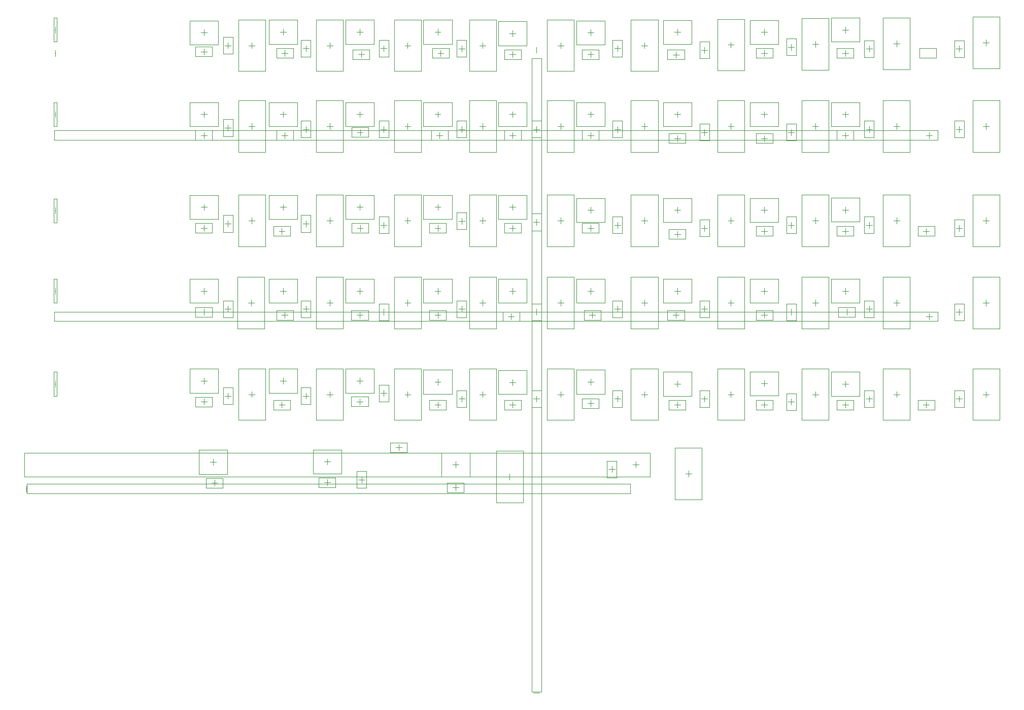
<source format=gbr>
%FSTAX25Y25*%
%MOMM*%
%SFA1B1*%

%IPPOS*%
%ADD21C,0.100000*%
%ADD22C,0.050000*%
%LNldo_test_mechanical_15-1*%
%LPD*%
G54D21*
X7349998Y5239397D02*
Y5339397D01*
X7299998Y5289397D02*
X7399997D01*
X7209998Y5369397D02*
X7489997D01*
X7209998Y5209397D02*
X7489997D01*
X7209998D02*
Y5369397D01*
X7489997Y5209397D02*
Y5369397D01*
X10826498Y4784999D02*
X10986498D01*
X10826498Y5064998D02*
X10986498D01*
X10826498Y4784999D02*
Y5064998D01*
X10986498Y4784999D02*
Y5064998D01*
X10906498Y4874999D02*
Y4974998D01*
X10856498Y4924999D02*
X10956498D01*
X11215598Y4519998D02*
Y4679998D01*
X114956Y4519998D02*
Y4679998D01*
X11215598D02*
X114956D01*
X11215598Y4519998D02*
X114956D01*
X113056Y4599998D02*
X114056D01*
X113556Y4549998D02*
Y4649998D01*
X4414997Y4614997D02*
Y4774996D01*
X4134998Y4614997D02*
Y4774996D01*
Y4614997D02*
X4414997D01*
X4134998Y4774996D02*
X4414997D01*
X4224997Y4694996D02*
X4324997D01*
X4274997Y4644997D02*
Y4744996D01*
X8439998Y4539998D02*
Y4699998D01*
X8159998Y4539998D02*
Y4699998D01*
Y4539998D02*
X8439998D01*
X8159998Y4699998D02*
X8439998D01*
X8249998Y4619998D02*
X8349998D01*
X8299998Y4569998D02*
Y4669998D01*
X6649999Y4609998D02*
X6809999D01*
X6649999Y4889997D02*
X6809999D01*
X6649999Y4609998D02*
Y4889997D01*
X6809999Y4609998D02*
Y4889997D01*
X6729999Y4699998D02*
Y4799998D01*
X6679999Y4749998D02*
X6779999D01*
X6294998Y4623998D02*
Y4783998D01*
X6014999Y4623998D02*
Y4783998D01*
Y4623998D02*
X6294998D01*
X6014999Y4783998D02*
X6294998D01*
X6104999Y4703998D02*
X6204999D01*
X6154999Y4653998D02*
Y4753998D01*
X12184999Y4799998D02*
Y4899997D01*
X12134999Y4849997D02*
X12234999D01*
X16619999Y5959998D02*
X16779996D01*
X16619999Y6239997D02*
X16779996D01*
X16619999Y5959998D02*
Y6239997D01*
X16779996Y5959998D02*
Y6239997D01*
X16699999Y6049998D02*
Y6149997D01*
X16649997Y6099997D02*
X16749999D01*
X16289997Y5919998D02*
Y6079998D01*
X16010001Y5919998D02*
Y6079998D01*
Y5919998D02*
X16289997D01*
X16010001Y6079998D02*
X16289997D01*
X16099998Y5999998D02*
X16199998D01*
X16149998Y5949998D02*
Y6049998D01*
X12139998Y5919998D02*
Y6079998D01*
X11859999Y5919998D02*
Y6079998D01*
Y5919998D02*
X12139998D01*
X11859999Y6079998D02*
X12139998D01*
X11949998Y5999998D02*
X12049998D01*
X11999998Y5949998D02*
Y6049998D01*
X12369998Y5959998D02*
X12529997D01*
X12369998Y6239997D02*
X12529997D01*
X12369998Y5959998D02*
Y6239997D01*
X12529997Y5959998D02*
Y6239997D01*
X12449997Y6049998D02*
Y6149997D01*
X12399998Y6099997D02*
X12499997D01*
X13589998Y5919998D02*
Y6079998D01*
X13309998Y5919998D02*
Y6079998D01*
Y5919998D02*
X13589998D01*
X13309998Y6079998D02*
X13589998D01*
X13399998Y5999998D02*
X13499998D01*
X13449998Y5949998D02*
Y6049998D01*
X13819997Y5909998D02*
X13979997D01*
X13819997Y6189997D02*
X13979997D01*
X13819997Y5909998D02*
Y6189997D01*
X13979997Y5909998D02*
Y6189997D01*
X13899997Y5999998D02*
Y6099997D01*
X13849997Y6049998D02*
X13949997D01*
X14939998Y5919998D02*
Y6079998D01*
X14659998Y5919998D02*
Y6079998D01*
Y5919998D02*
X14939998D01*
X14659998Y6079998D02*
X14939998D01*
X14749998Y5999998D02*
X14849998D01*
X14799998Y5949998D02*
Y6049998D01*
X15119997Y5959998D02*
X15279999D01*
X15119997Y6239997D02*
X15279999D01*
X15119997Y5959998D02*
Y6239997D01*
X15279999Y5959998D02*
Y6239997D01*
X15199997Y6049998D02*
Y6149997D01*
X15149997Y6099997D02*
X15249999D01*
X10689998Y5944999D02*
Y6104999D01*
X10409999Y5944999D02*
Y6104999D01*
Y5944999D02*
X10689998D01*
X10409999Y6104999D02*
X10689998D01*
X10499999Y6024999D02*
X10599999D01*
X10549999Y5974999D02*
Y6074999D01*
X10919998Y5959998D02*
X11079998D01*
X10919998Y6239997D02*
X11079998D01*
X10919998Y5959998D02*
Y6239997D01*
X11079998Y5959998D02*
Y6239997D01*
X10999998Y6049998D02*
Y6149997D01*
X10949998Y6099997D02*
X11049998D01*
X9389999Y5919998D02*
Y6079998D01*
X9109999Y5919998D02*
Y6079998D01*
Y5919998D02*
X9389999D01*
X9109999Y6079998D02*
X9389999D01*
X9199999Y5999998D02*
X9299999D01*
X9249999Y5949998D02*
Y6049998D01*
X9569998Y5959998D02*
X9729998D01*
X9569998Y6239997D02*
X9729998D01*
X9569998Y5959998D02*
Y6239997D01*
X9729998Y5959998D02*
Y6239997D01*
X9649998Y6049998D02*
Y6149997D01*
X9599998Y6099997D02*
X9699998D01*
X8319998Y5959998D02*
X8479998D01*
X8319998Y6239997D02*
X8479998D01*
X8319998Y5959998D02*
Y6239997D01*
X8479998Y5959998D02*
Y6239997D01*
X8399998Y6049998D02*
Y6149997D01*
X8349998Y6099997D02*
X8449998D01*
X8139998Y5919998D02*
Y6079998D01*
X7859999Y5919998D02*
Y6079998D01*
Y5919998D02*
X8139998D01*
X7859999Y6079998D02*
X8139998D01*
X7949999Y5999998D02*
X8049999D01*
X7999999Y5949998D02*
Y6049998D01*
X7019998Y6054897D02*
X7179998D01*
X7019998Y6334899D02*
X7179998D01*
X7019998Y6054897D02*
Y6334899D01*
X7179998Y6054897D02*
Y6334899D01*
X7099998Y6144897D02*
Y6244899D01*
X7049998Y6194899D02*
X7149998D01*
X6839999Y5974996D02*
Y6134996D01*
X6559999Y5974996D02*
Y6134996D01*
Y5974996D02*
X6839999D01*
X6559999Y6134996D02*
X6839999D01*
X6649999Y6054999D02*
X6749999D01*
X6699999Y6004996D02*
Y6104996D01*
X5719998Y6009998D02*
X5879998D01*
X5719998Y6289997D02*
X5879998D01*
X5719998Y6009998D02*
Y6289997D01*
X5879998Y6009998D02*
Y6289997D01*
X5799998Y6099997D02*
Y6199997D01*
X5749998Y6149997D02*
X5849998D01*
X5539999Y5919998D02*
Y6079998D01*
X5259999Y5919998D02*
Y6079998D01*
Y5919998D02*
X5539999D01*
X5259999Y6079998D02*
X5539999D01*
X5349999Y5999998D02*
X5449999D01*
X5399999Y5949998D02*
Y6049998D01*
X4419998Y6009998D02*
X4579998D01*
X4419998Y6289997D02*
X4579998D01*
X4419998Y6009998D02*
Y6289997D01*
X4579998Y6009998D02*
Y6289997D01*
X4499998Y6099997D02*
Y6199997D01*
X4449998Y6149997D02*
X4549998D01*
X4239999Y5969998D02*
Y6129997D01*
X3959999Y5969998D02*
Y6129997D01*
Y5969998D02*
X4239999D01*
X3959999Y6129997D02*
X4239999D01*
X4049999Y6049998D02*
X4149999D01*
X4099999Y5999998D02*
Y6099997D01*
X16339997Y7394999D02*
Y7554998D01*
X1606Y7394999D02*
Y7554998D01*
Y7394999D02*
X16339997D01*
X1606Y7554998D02*
X16339997D01*
X16149998Y7474999D02*
X16249997D01*
X16199998Y7424999D02*
Y7524998D01*
X16619999Y7409997D02*
X16779996D01*
X16619999Y7689999D02*
X16779996D01*
X16619999Y7409997D02*
Y7689999D01*
X16779996Y7409997D02*
Y7689999D01*
X16699997Y7499997D02*
Y7599997D01*
X16649997Y7549997D02*
X16749996D01*
X15119997Y7459997D02*
X15279999D01*
X15119997Y7739999D02*
X15279999D01*
X15119997Y7459997D02*
Y7739999D01*
X15279999Y7459997D02*
Y7739999D01*
X15199997Y7549997D02*
Y7649999D01*
X15149997Y7599997D02*
X15249999D01*
X14964996Y7469997D02*
Y7629999D01*
X14684999Y7469997D02*
Y7629999D01*
Y7469997D02*
X14964996D01*
X14684999Y7629999D02*
X14964996D01*
X14774999Y7549997D02*
X14874999D01*
X14824999Y7499997D02*
Y7599997D01*
X13589998Y7419997D02*
Y7579997D01*
X13309998Y7419997D02*
Y7579997D01*
Y7419997D02*
X13589998D01*
X13309998Y7579997D02*
X13589998D01*
X13399998Y7499997D02*
X13499998D01*
X13449998Y7449997D02*
Y7549997D01*
X13819997Y7409997D02*
X13979997D01*
X13819997Y7689999D02*
X13979997D01*
X13819997Y7409997D02*
Y7689999D01*
X13979997Y7409997D02*
Y7689999D01*
X13899997Y7499997D02*
Y7599997D01*
X13849997Y7549997D02*
X13949997D01*
X12369998Y7459997D02*
X12529997D01*
X12369998Y7739999D02*
X12529997D01*
X12369998Y7459997D02*
Y7739999D01*
X12529997Y7459997D02*
Y7739999D01*
X12449997Y7549997D02*
Y7649999D01*
X12399998Y7599997D02*
X12499997D01*
X12114999Y7419997D02*
Y7579997D01*
X11834997Y7419997D02*
Y7579997D01*
Y7419997D02*
X12114999D01*
X11834997Y7579997D02*
X12114999D01*
X11924997Y7499997D02*
X12024997D01*
X11974997Y7449997D02*
Y7549997D01*
X10919998Y7459997D02*
X11079998D01*
X10919998Y7739999D02*
X11079998D01*
X10919998Y7459997D02*
Y7739999D01*
X11079998Y7459997D02*
Y7739999D01*
X10999998Y7549997D02*
Y7649999D01*
X10949998Y7599997D02*
X11049998D01*
X10719998Y7419997D02*
Y7579997D01*
X10439996Y7419997D02*
Y7579997D01*
Y7419997D02*
X10719998D01*
X10439996Y7579997D02*
X10719998D01*
X10529999Y7499997D02*
X10629999D01*
X10579996Y7449997D02*
Y7549997D01*
X9569998Y7409997D02*
X9729998D01*
X9569998Y7689999D02*
X9729998D01*
X9569998Y7409997D02*
Y7689999D01*
X9729998Y7409997D02*
Y7689999D01*
X9649998Y7499997D02*
Y7599997D01*
X9599998Y7549997D02*
X9699998D01*
X9364997Y7394999D02*
Y7554998D01*
X9084998Y7394999D02*
Y7554998D01*
Y7394999D02*
X9364997D01*
X9084998Y7554998D02*
X9364997D01*
X9174998Y7474999D02*
X9274997D01*
X9224998Y7424999D02*
Y7524998D01*
X8139998Y7419997D02*
Y7579997D01*
X7859999Y7419997D02*
Y7579997D01*
Y7419997D02*
X8139998D01*
X7859999Y7579997D02*
X8139998D01*
X7949999Y7499997D02*
X8049999D01*
X7999999Y7449997D02*
Y7549997D01*
X8319998Y7459997D02*
X8479998D01*
X8319998Y7739999D02*
X8479998D01*
X8319998Y7459997D02*
Y7739999D01*
X8479998Y7459997D02*
Y7739999D01*
X8399998Y7549997D02*
Y7649999D01*
X8349998Y7599997D02*
X8449998D01*
X7019998Y7409997D02*
X7179998D01*
X7019998Y7689999D02*
X7179998D01*
X7019998Y7409997D02*
Y7689999D01*
X7179998Y7409997D02*
Y7689999D01*
X7099998Y7499997D02*
Y7599997D01*
X7049998Y7549997D02*
X7149998D01*
X6839999Y7419997D02*
Y7579997D01*
X6559999Y7419997D02*
Y7579997D01*
Y7419997D02*
X6839999D01*
X6559999Y7579997D02*
X6839999D01*
X6649999Y7499997D02*
X6749999D01*
X6699999Y7449997D02*
Y7549997D01*
X5719998Y7459997D02*
X5879998D01*
X5719998Y7739999D02*
X5879998D01*
X5719998Y7459997D02*
Y7739999D01*
X5879998Y7459997D02*
Y7739999D01*
X5799998Y7549997D02*
Y7649999D01*
X5749998Y7599997D02*
X5849998D01*
X5589998Y7419997D02*
Y7579997D01*
X5309999Y7419997D02*
Y7579997D01*
Y7419997D02*
X5589998D01*
X5309999Y7579997D02*
X5589998D01*
X5399999Y7499997D02*
X5499999D01*
X5449999Y7449997D02*
Y7549997D01*
X4419998Y7459997D02*
X4579998D01*
X4419998Y7739999D02*
X4579998D01*
X4419998Y7459997D02*
Y7739999D01*
X4579998Y7459997D02*
Y7739999D01*
X4499998Y7549997D02*
Y7649999D01*
X4449998Y7599997D02*
X4549998D01*
X4239999Y7469997D02*
Y7629997D01*
X3959999Y7469997D02*
Y7629997D01*
Y7469997D02*
X4239999D01*
X3959999Y7629997D02*
X4239999D01*
X4049999Y7549997D02*
X4149999D01*
X4099999Y7499997D02*
Y7599997D01*
X16289997Y8819997D02*
Y8979999D01*
X16010001Y8819997D02*
Y8979999D01*
Y8819997D02*
X16289997D01*
X16010001Y8979999D02*
X16289997D01*
X16099998Y8899999D02*
X16199998D01*
X16149998Y8849997D02*
Y8949999D01*
X16619999Y8809997D02*
X16779996D01*
X16619999Y9089999D02*
X16779996D01*
X16619999Y8809997D02*
Y9089999D01*
X16779996Y8809997D02*
Y9089999D01*
X16699999Y8899999D02*
Y8999999D01*
X16649997Y8949999D02*
X16749999D01*
X13589998Y8819997D02*
Y8979999D01*
X13309998Y8819997D02*
Y8979999D01*
Y8819997D02*
X13589998D01*
X13309998Y8979999D02*
X13589998D01*
X13399998Y8899999D02*
X13499998D01*
X13449998Y8849997D02*
Y8949999D01*
X13819997Y8859997D02*
X13979997D01*
X13819997Y9139999D02*
X13979997D01*
X13819997Y8859997D02*
Y9139999D01*
X13979997Y8859997D02*
Y9139999D01*
X13899997Y8949999D02*
Y9049999D01*
X13849997Y8999999D02*
X13949997D01*
X14939998Y8819997D02*
Y8979999D01*
X14659998Y8819997D02*
Y8979999D01*
Y8819997D02*
X14939998D01*
X14659998Y8979999D02*
X14939998D01*
X14749998Y8899999D02*
X14849998D01*
X14799998Y8849997D02*
Y8949999D01*
X15119997Y8859997D02*
X15279999D01*
X15119997Y9139999D02*
X15279999D01*
X15119997Y8859997D02*
Y9139999D01*
X15279999Y8859997D02*
Y9139999D01*
X15199997Y8949999D02*
Y9049999D01*
X15149997Y8999999D02*
X15249999D01*
X8139998Y8869997D02*
Y9029997D01*
X7859999Y8869997D02*
Y9029997D01*
Y8869997D02*
X8139998D01*
X7859999Y9029997D02*
X8139998D01*
X7949999Y8949999D02*
X8049999D01*
X7999999Y8899997D02*
Y8999999D01*
X8319998Y8927498D02*
X8479998D01*
X8319998Y92075D02*
X8479998D01*
X8319998Y8927498D02*
Y92075D01*
X8479998Y8927498D02*
Y92075D01*
X8399998Y9017497D02*
Y9117497D01*
X8349998Y9067497D02*
X8449998D01*
X9389999Y8869997D02*
Y9029997D01*
X9109999Y8869997D02*
Y9029997D01*
Y8869997D02*
X9389999D01*
X9109999Y9029997D02*
X9389999D01*
X9199999Y8949999D02*
X9299999D01*
X9249999Y8899997D02*
Y8999999D01*
X9569998Y8909999D02*
X9729998D01*
X9569998Y9189999D02*
X9729998D01*
X9569998Y8909999D02*
Y9189999D01*
X9729998Y8909999D02*
Y9189999D01*
X9649998Y8999999D02*
Y9099999D01*
X9599998Y9049999D02*
X9699998D01*
X10689998Y8869997D02*
Y9029997D01*
X10409999Y8869997D02*
Y9029997D01*
Y8869997D02*
X10689998D01*
X10409999Y9029997D02*
X10689998D01*
X10499999Y8949999D02*
X10599999D01*
X10549999Y8899997D02*
Y8999999D01*
X12139998Y8769997D02*
Y8929999D01*
X11859999Y8769997D02*
Y8929999D01*
Y8769997D02*
X12139998D01*
X11859999Y8929999D02*
X12139998D01*
X11949998Y8849997D02*
X12049998D01*
X11999998Y8799997D02*
Y8899999D01*
X10919998Y8859997D02*
X11079998D01*
X10919998Y9139999D02*
X11079998D01*
X10919998Y8859997D02*
Y9139999D01*
X11079998Y8859997D02*
Y9139999D01*
X10999998Y8949999D02*
Y9049999D01*
X10949998Y8999999D02*
X11049998D01*
X12369998Y8809997D02*
X12529997D01*
X12369998Y9089999D02*
X12529997D01*
X12369998Y8809997D02*
Y9089999D01*
X12529997Y8809997D02*
Y9089999D01*
X12449997Y8899999D02*
Y8999999D01*
X12399998Y8949999D02*
X12499997D01*
X10049997Y9024998D02*
Y9124998D01*
X9999997Y9074998D02*
X10099997D01*
X7019998Y8859997D02*
X7179998D01*
X7019998Y9139999D02*
X7179998D01*
X7019998Y8859997D02*
Y9139999D01*
X7179998Y8859997D02*
Y9139999D01*
X7099998Y8949999D02*
Y9049999D01*
X7049998Y8999999D02*
X7149998D01*
X6844997Y8869997D02*
Y9029997D01*
X6564998Y8869997D02*
Y9029997D01*
Y8869997D02*
X6844997D01*
X6564998Y9029997D02*
X6844997D01*
X6654998Y8949999D02*
X6754997D01*
X6704998Y8899997D02*
Y8999999D01*
X5539999Y8819997D02*
Y8979999D01*
X5259999Y8819997D02*
Y8979999D01*
Y8819997D02*
X5539999D01*
X5259999Y8979999D02*
X5539999D01*
X5349999Y8899999D02*
X5449999D01*
X5399999Y8849997D02*
Y8949999D01*
X4239999Y8869997D02*
Y9029997D01*
X3959999Y8869997D02*
Y9029997D01*
Y8869997D02*
X4239999D01*
X3959999Y9029997D02*
X4239999D01*
X4049999Y8949999D02*
X4149999D01*
X4099999Y8899997D02*
Y8999999D01*
X4419998Y8884998D02*
X4579998D01*
X4419998Y9164998D02*
X4579998D01*
X4419998Y8884998D02*
Y9164998D01*
X4579998Y8884998D02*
Y9164998D01*
X4499998Y8974998D02*
Y9074998D01*
X4449998Y9024998D02*
X4549998D01*
X5719998Y8884998D02*
X5879998D01*
X5719998Y9164998D02*
X5879998D01*
X5719998Y8884998D02*
Y9164998D01*
X5879998Y8884998D02*
Y9164998D01*
X5799998Y8974998D02*
Y9074998D01*
X5749998Y9024998D02*
X5849998D01*
X16339997Y10419999D02*
Y10579999D01*
X1606Y10419999D02*
Y10579999D01*
Y10419999D02*
X16339997D01*
X1606Y10579999D02*
X16339997D01*
X16149998Y10499999D02*
X16249997D01*
X16199998Y10449999D02*
Y10549999D01*
X14939998Y10419999D02*
Y10579999D01*
X14659998Y10419999D02*
Y10579999D01*
Y10419999D02*
X14939998D01*
X14659998Y10579999D02*
X14939998D01*
X14749998Y10499999D02*
X14849998D01*
X14799998Y10449999D02*
Y10549999D01*
X16619999Y10459999D02*
X16779996D01*
X16619999Y10739998D02*
X16779996D01*
X16619999Y10459999D02*
Y10739998D01*
X16779996Y10459999D02*
Y10739998D01*
X16699999Y10549999D02*
Y10649999D01*
X16649997Y10599999D02*
X16749999D01*
X15119997Y10459999D02*
X15279999D01*
X15119997Y10739998D02*
X15279999D01*
X15119997Y10459999D02*
Y10739998D01*
X15279999Y10459999D02*
Y10739998D01*
X15199997Y10549999D02*
Y10649999D01*
X15149997Y10599999D02*
X15249999D01*
X14299999D02*
Y10699998D01*
X14249999Y10649999D02*
X14349999D01*
X13819997Y10409999D02*
X13979997D01*
X13819997Y10689998D02*
X13979997D01*
X13819997Y10409999D02*
Y10689998D01*
X13979997Y10409999D02*
Y10689998D01*
X13899997Y10499999D02*
Y10599999D01*
X13849997Y10549999D02*
X13949997D01*
X13589998Y10369999D02*
Y10529999D01*
X13309998Y10369999D02*
Y10529999D01*
Y10369999D02*
X13589998D01*
X13309998Y10529999D02*
X13589998D01*
X13399998Y10449999D02*
X13499998D01*
X13449998Y10399999D02*
Y10499999D01*
X12369998Y10409999D02*
X12529997D01*
X12369998Y10689998D02*
X12529997D01*
X12369998Y10409999D02*
Y10689998D01*
X12529997Y10409999D02*
Y10689998D01*
X12449997Y10499999D02*
Y10599999D01*
X12399998Y10549999D02*
X12499997D01*
X12139998Y10369999D02*
Y10529999D01*
X11859999Y10369999D02*
Y10529999D01*
Y10369999D02*
X12139998D01*
X11859999Y10529999D02*
X12139998D01*
X11949998Y10449999D02*
X12049998D01*
X11999998Y10399999D02*
Y10499999D01*
X10919998Y10459999D02*
X11079998D01*
X10919998Y10739998D02*
X11079998D01*
X10919998Y10459999D02*
Y10739998D01*
X11079998Y10459999D02*
Y10739998D01*
X10999998Y10549999D02*
Y10649999D01*
X10949998Y10599999D02*
X11049998D01*
X10689998Y10419999D02*
Y10579999D01*
X10409999Y10419999D02*
Y10579999D01*
Y10419999D02*
X10689998D01*
X10409999Y10579999D02*
X10689998D01*
X10499999Y10499999D02*
X10599999D01*
X10549999Y10449999D02*
Y10549999D01*
X9569998Y10459999D02*
X9729998D01*
X9569998Y10739998D02*
X9729998D01*
X9569998Y10459999D02*
Y10739998D01*
X9729998Y10459999D02*
Y10739998D01*
X9649998Y10549999D02*
Y10649999D01*
X9599998Y10599999D02*
X9699998D01*
X9389999Y10419996D02*
Y10579996D01*
X9109999Y10419996D02*
Y10579996D01*
Y10419996D02*
X9389999D01*
X9109999Y10579996D02*
X9389999D01*
X9199999Y10499999D02*
X9299999D01*
X9249999Y10449996D02*
Y10549996D01*
X11999998Y10799998D02*
Y10899998D01*
X11949998Y10849998D02*
X12049998D01*
X8319998Y10459999D02*
X8479998D01*
X8319998Y10739998D02*
X8479998D01*
X8319998Y10459999D02*
Y10739998D01*
X8479998Y10459999D02*
Y10739998D01*
X8399998Y10549999D02*
Y10649999D01*
X8349998Y10599999D02*
X8449998D01*
X8169998Y10419999D02*
Y10579999D01*
X7889996Y10419999D02*
Y10579999D01*
Y10419999D02*
X8169998D01*
X7889996Y10579999D02*
X8169998D01*
X7979999Y10499999D02*
X8079999D01*
X8029996Y10449999D02*
Y10549999D01*
X7019998Y10459999D02*
X7179998D01*
X7019998Y10739998D02*
X7179998D01*
X7019998Y10459999D02*
Y10739998D01*
X7179998Y10459999D02*
Y10739998D01*
X7099998Y10549999D02*
Y10649999D01*
X7049998Y10599999D02*
X7149998D01*
X6844997Y10469999D02*
Y10629999D01*
X6564998Y10469999D02*
Y10629999D01*
Y10469999D02*
X6844997D01*
X6564998Y10629999D02*
X6844997D01*
X6654998Y10549999D02*
X6754997D01*
X6704998Y10499999D02*
Y10599999D01*
X5719998Y10459999D02*
X5879998D01*
X5719998Y10739998D02*
X5879998D01*
X5719998Y10459999D02*
Y10739998D01*
X5879998Y10459999D02*
Y10739998D01*
X5799998Y10549999D02*
Y10649999D01*
X5749998Y10599999D02*
X5849998D01*
X5589998Y10419999D02*
Y10579999D01*
X5309999Y10419999D02*
Y10579999D01*
Y10419999D02*
X5589998D01*
X5309999Y10579999D02*
X5589998D01*
X5399999Y10499999D02*
X5499999D01*
X5449999Y10449999D02*
Y10549999D01*
X4419998Y10484998D02*
X4579998D01*
X4419998Y10764997D02*
X4579998D01*
X4419998Y10484998D02*
Y10764997D01*
X4579998Y10484998D02*
Y10764997D01*
X4499998Y10574997D02*
Y10674997D01*
X4449998Y10624997D02*
X4549998D01*
X4239999Y10419999D02*
Y10579999D01*
X3959999Y10419999D02*
Y10579999D01*
Y10419999D02*
X4239999D01*
X3959999Y10579999D02*
X4239999D01*
X4049999Y10499999D02*
X4149999D01*
X4099999Y10449999D02*
Y10549999D01*
X6199997Y10599999D02*
Y10699998D01*
X6149997Y10649999D02*
X6249997D01*
X5424998Y10799998D02*
Y10899998D01*
X5374998Y10849998D02*
X5474997D01*
X4899997Y10599999D02*
Y10699998D01*
X4849997Y10649999D02*
X4949997D01*
X16619999Y11804997D02*
X16779996D01*
X16619999Y12084999D02*
X16779996D01*
X16619999Y11804997D02*
Y12084999D01*
X16779996Y11804997D02*
Y12084999D01*
X16699999Y11894997D02*
Y11994997D01*
X16649997Y11944997D02*
X16749999D01*
X16322197Y11789999D02*
Y11949998D01*
X16042198Y11789999D02*
Y11949998D01*
Y11789999D02*
X16322197D01*
X16042198Y11949998D02*
X16322197D01*
X161322Y11869999D02*
X162322D01*
X161822Y11819996D02*
Y11919999D01*
X15119997Y11804997D02*
X15279997D01*
X15119997Y12084999D02*
X15279997D01*
X15119997Y11804997D02*
Y12084999D01*
X15279997Y11804997D02*
Y12084999D01*
X15199997Y11894997D02*
Y11994997D01*
X15149997Y11944997D02*
X15249997D01*
X14939998Y11789999D02*
Y11949998D01*
X14659998Y11789999D02*
Y11949998D01*
Y11789999D02*
X14939998D01*
X14659998Y11949998D02*
X14939998D01*
X14749998Y11869999D02*
X14849998D01*
X14799998Y11819996D02*
Y11919999D01*
X17149998Y11994997D02*
Y12094999D01*
X17099998Y12044997D02*
X17199998D01*
X161822Y12210498D02*
Y12310498D01*
X161322Y12260498D02*
X162322D01*
X14799998Y12210498D02*
Y12310498D01*
X14749998Y12260498D02*
X14849998D01*
X15655599Y11981898D02*
Y12081898D01*
X15605599Y12031898D02*
X15705599D01*
X13819997Y11832498D02*
X13979997D01*
X13819997Y12112498D02*
X13979997D01*
X13819997Y11832498D02*
Y12112498D01*
X13979997Y11832498D02*
Y12112498D01*
X13899997Y11922498D02*
Y12022498D01*
X13849997Y11972498D02*
X13949997D01*
X9389999Y11769999D02*
Y11929999D01*
X9109999Y11769999D02*
Y11929999D01*
Y11769999D02*
X9389999D01*
X9109999Y11929999D02*
X9389999D01*
X9199999Y11849999D02*
X9299999D01*
X9249999Y11799999D02*
Y11899999D01*
X14299999Y11972498D02*
Y12072498D01*
X14249999Y12022498D02*
X14349999D01*
X13589998Y11792498D02*
Y11952498D01*
X13309998Y11792498D02*
Y11952498D01*
Y11792498D02*
X13589998D01*
X13309998Y11952498D02*
X13589998D01*
X13399998Y11872498D02*
X13499998D01*
X13449998Y11822498D02*
Y11922498D01*
X12369998Y11782498D02*
X12529997D01*
X12369998Y12062498D02*
X12529997D01*
X12369998Y11782498D02*
Y12062498D01*
X12529997Y11782498D02*
Y12062498D01*
X12449997Y11872498D02*
Y11972498D01*
X12399998Y11922498D02*
X12499997D01*
X12893499Y11959399D02*
Y12059399D01*
X12843499Y12009399D02*
X12943499D01*
X10549999Y12164999D02*
Y12264999D01*
X10499999Y12214999D02*
X10599999D01*
X12114999Y11767499D02*
Y11927499D01*
X11834997Y11767499D02*
Y11927499D01*
Y11767499D02*
X12114999D01*
X11834997Y11927499D02*
X12114999D01*
X11924997Y11847499D02*
X12024997D01*
X11974997Y11797499D02*
Y11897499D01*
X11449999Y11949998D02*
Y12049998D01*
X11399997Y11999998D02*
X11499999D01*
X10049997Y11949998D02*
Y12049998D01*
X9999997Y11999998D02*
X10099997D01*
X9249999Y12149998D02*
Y12249998D01*
X9199999Y12199998D02*
X9299999D01*
X7999999Y12174999D02*
Y12274999D01*
X7949999Y12224999D02*
X8049999D01*
X8749997Y11949998D02*
Y12049998D01*
X8699997Y11999998D02*
X8799997D01*
X7499997Y11949998D02*
Y12049998D01*
X7449997Y11999998D02*
X7549997D01*
X6199997Y11949998D02*
Y12049998D01*
X6149997Y11999998D02*
X6249997D01*
X5424998Y12174999D02*
Y12274999D01*
X5374998Y12224999D02*
X5474997D01*
X4099999Y12164999D02*
Y12264999D01*
X4049999Y12214999D02*
X4149999D01*
X4899997Y11949998D02*
Y12049998D01*
X4849997Y11999998D02*
X4949997D01*
X10919998Y11809999D02*
X11079998D01*
X10919998Y12089998D02*
X11079998D01*
X10919998Y11809999D02*
Y12089998D01*
X11079998Y11809999D02*
Y12089998D01*
X10999998Y11899999D02*
Y11999998D01*
X10949998Y11949998D02*
X11049998D01*
X10689998Y11769999D02*
Y11929999D01*
X10409996Y11769999D02*
Y11929999D01*
Y11769999D02*
X10689998D01*
X10409996Y11929999D02*
X10689998D01*
X10499999Y11849999D02*
X10599999D01*
X10549996Y11799999D02*
Y11899999D01*
X9569998Y11784998D02*
X9729998D01*
X9569998Y12065D02*
X9729998D01*
X9569998Y11784998D02*
Y12065D01*
X9729998Y11784998D02*
Y12065D01*
X9649998Y11874997D02*
Y11974997D01*
X9599998Y11925D02*
X9699998D01*
X8049999Y11822498D02*
Y11922498D01*
X7999999Y11872498D02*
X8099999D01*
X7909999Y11952498D02*
X8189998D01*
X7909999Y11792498D02*
X8189998D01*
X7909999D02*
Y11952498D01*
X8189998Y11792498D02*
Y11952498D01*
X6724997Y11799999D02*
Y11899999D01*
X6674998Y11849999D02*
X6774997D01*
X6584998Y11929999D02*
X6864997D01*
X6584998Y11769999D02*
X6864997D01*
X6584998D02*
Y11929999D01*
X6864997Y11769999D02*
Y11929999D01*
X7049998Y11949998D02*
X7149998D01*
X7099998Y11899999D02*
Y11999998D01*
X7179998Y11809999D02*
Y12089998D01*
X7019998Y11809999D02*
Y12089998D01*
X7179998*
X7019998Y11809999D02*
X7179998D01*
X8349998Y11947499D02*
X8449998D01*
X8399998Y11897499D02*
Y11997499D01*
X8479998Y11807499D02*
Y12087499D01*
X8319998Y11807499D02*
Y12087499D01*
X8479998*
X8319998Y11807499D02*
X8479998D01*
X4199999Y5044998D02*
X4299999D01*
X4249999Y4994998D02*
Y5094998D01*
X6649999Y12224999D02*
X6749999D01*
X6699999Y12174999D02*
Y12274999D01*
X5749998Y11949998D02*
X5849998D01*
X5799998Y11899999D02*
Y11999998D01*
X5879998Y11809999D02*
Y12089998D01*
X5719998Y11809999D02*
Y12089998D01*
X5879998*
X5719998Y11809999D02*
X5879998D01*
X5449999Y11822498D02*
Y11922498D01*
X5399999Y11872498D02*
X5499999D01*
X5309999Y11952498D02*
X5589998D01*
X5309999Y11792498D02*
X5589998D01*
X5309999D02*
Y11952498D01*
X5589998Y11792498D02*
Y11952498D01*
X4099996Y11848299D02*
Y11948299D01*
X4049999Y11898299D02*
X4149999D01*
X3959997Y11978299D02*
X4239999D01*
X3959997Y11818299D02*
X4239999D01*
X3959997D02*
Y11978299D01*
X4239999Y11818299D02*
Y11978299D01*
X4449998Y11999998D02*
X4549998D01*
X4499998Y11949998D02*
Y12049998D01*
X4579998Y11859999D02*
Y12139998D01*
X4419998Y11859999D02*
Y12139998D01*
X4579998*
X4419998Y11859999D02*
X4579998D01*
X6149997Y9074998D02*
X6249997D01*
X6199997Y9024998D02*
Y9124998D01*
X5374998Y9299999D02*
X5474997D01*
X5424998Y9249999D02*
Y9349999D01*
X4849997Y9074998D02*
X4949997D01*
X4899997Y9024998D02*
Y9124998D01*
X4049999Y9299999D02*
X4149999D01*
X4099999Y9249999D02*
Y9349999D01*
X12843499Y9074998D02*
X12943499D01*
X12893499Y9024998D02*
Y9124998D01*
X11949998Y9249999D02*
X12049998D01*
X11999998Y9199999D02*
Y9299999D01*
X11399997Y9074998D02*
X11499999D01*
X11449999Y9024998D02*
Y9124998D01*
X10499999Y9249999D02*
X10599999D01*
X10549999Y9199999D02*
Y9299999D01*
X9199999D02*
X9299999D01*
X9249999Y9249999D02*
Y9349999D01*
X8699997Y9074998D02*
X8799997D01*
X8749997Y9024998D02*
Y9124998D01*
X7949999Y9299999D02*
X8049999D01*
X7999999Y9249999D02*
Y9349999D01*
X7449997Y9074998D02*
X7549997D01*
X7499997Y9024998D02*
Y9124998D01*
X6649999Y9299999D02*
X6749999D01*
X6699999Y9249999D02*
Y9349999D01*
X15605599Y9074998D02*
X15705599D01*
X15655599Y9024998D02*
Y9124998D01*
X14749998Y9254998D02*
X14849998D01*
X14799998Y9204998D02*
Y9304997D01*
X14249999Y9074998D02*
X14349999D01*
X14299999Y9024998D02*
Y9124998D01*
X13399998Y9249999D02*
X13499998D01*
X13449998Y9199999D02*
Y9299999D01*
X8699997Y7704998D02*
X8799997D01*
X8749997Y7654998D02*
Y7754998D01*
X7949999Y7899999D02*
X8049999D01*
X7999999Y7849999D02*
Y7949999D01*
X7449997Y7704998D02*
X7549997D01*
X7499997Y7654998D02*
Y7754998D01*
X6649999Y7899999D02*
X6749999D01*
X6699999Y7849999D02*
Y7949999D01*
X6149997Y7704998D02*
X6249997D01*
X6199997Y7654998D02*
Y7754998D01*
X5374998Y7899999D02*
X5474997D01*
X5424998Y7849999D02*
Y7949999D01*
X4837498Y7704998D02*
X4937498D01*
X4887498Y7654998D02*
Y7754998D01*
X4049999Y7899999D02*
X4149999D01*
X4099999Y7849999D02*
Y7949999D01*
X17099998Y9074998D02*
X17199998D01*
X17149998Y9024998D02*
Y9124998D01*
X161322Y9242498D02*
X162322D01*
X161822Y9192498D02*
Y9292498D01*
X11399997Y7704998D02*
X11499999D01*
X11449999Y7654998D02*
Y7754998D01*
X10499999Y7899999D02*
X10599999D01*
X10549999Y7849999D02*
Y7949999D01*
X9999997Y7704998D02*
X10099997D01*
X10049997Y7654998D02*
Y7754998D01*
X9199999Y7899999D02*
X9299999D01*
X9249999Y7849999D02*
Y7949999D01*
X4849997Y6174999D02*
X4949997D01*
X4899997Y6124999D02*
Y6224998D01*
X4049999Y6399999D02*
X4149999D01*
X4099999Y635D02*
Y6449999D01*
X17099998Y7704998D02*
X17199998D01*
X17149998Y7654998D02*
Y7754998D01*
X161322Y7899999D02*
X162322D01*
X161822Y7849999D02*
Y7949999D01*
X15605599Y7704998D02*
X15705599D01*
X15655599Y7654998D02*
Y7754998D01*
X14749998Y7899999D02*
X14849998D01*
X14799998Y7849999D02*
Y7949999D01*
X14249999Y7704998D02*
X14349999D01*
X14299999Y7654998D02*
Y7754998D01*
X13399998Y7899999D02*
X13499998D01*
X13449998Y7849999D02*
Y7949999D01*
X12843499Y7704998D02*
X12943499D01*
X12893499Y7654998D02*
Y7754998D01*
X11949998Y7899999D02*
X12049998D01*
X11999998Y7849999D02*
Y7949999D01*
X7449997Y6174999D02*
X7549997D01*
X7499997Y6124999D02*
Y6224998D01*
X6649999Y6399999D02*
X6749999D01*
X6699999Y635D02*
Y6449999D01*
X6149997Y6174999D02*
X6249997D01*
X6199997Y6124999D02*
Y6224998D01*
X5374998Y6399999D02*
X5474997D01*
X5424998Y635D02*
Y6449999D01*
X14249999Y6174999D02*
X14349999D01*
X14299999Y6124999D02*
Y6224998D01*
X13399998Y6354998D02*
X13499998D01*
X13449998Y6304998D02*
Y6404998D01*
X12843499Y6174999D02*
X12943499D01*
X12893499Y6124999D02*
Y6224998D01*
X11949998Y635D02*
X12049998D01*
X11999998Y6299997D02*
Y6399999D01*
X11399997Y6174999D02*
X11499999D01*
X11449999Y6124999D02*
Y6224998D01*
X10499999Y6383698D02*
X10599999D01*
X10549999Y6333698D02*
Y6433698D01*
X9999997Y6174999D02*
X10099997D01*
X10049997Y6124999D02*
Y6224998D01*
X9199999Y6377398D02*
X9299999D01*
X9249999Y6327399D02*
Y6427398D01*
X8699997Y6174999D02*
X8799997D01*
X8749997Y6124999D02*
Y6224998D01*
X7949999Y6383698D02*
X8049999D01*
X7999999Y6333698D02*
Y6433698D01*
X17099998Y6174999D02*
X17199998D01*
X17149998Y6124999D02*
Y6224998D01*
X161322Y635D02*
X162322D01*
X161822Y6299997D02*
Y6399999D01*
X15605599Y6174999D02*
X15705599D01*
X15655599Y6124999D02*
Y6224998D01*
X14749998Y635D02*
X14849998D01*
X14799998Y6299997D02*
Y6399999D01*
X6104999Y5049997D02*
X6204999D01*
X6154999Y4999997D02*
Y5099999D01*
X9149999Y4799998D02*
X9249999D01*
X9199999Y4749998D02*
Y4849997D01*
X8249998Y4999997D02*
X8349998D01*
X8299998Y4949997D02*
Y5049997D01*
X13399998Y12222497D02*
X13499998D01*
X13449998Y12172497D02*
Y12272497D01*
X11949998Y12222497D02*
X12049998D01*
X11999998Y12172497D02*
Y12272497D01*
X11255598Y4999997D02*
X11355598D01*
X11305598Y4949997D02*
Y5049997D01*
X4049999Y10849998D02*
X4149999D01*
X4099999Y10799998D02*
Y10899998D01*
X8699997Y10649999D02*
X8799997D01*
X8749997Y10599999D02*
Y10699998D01*
X7949999Y10849998D02*
X8049999D01*
X7999999Y10799998D02*
Y10899998D01*
X7449997Y10649999D02*
X7549997D01*
X7499997Y10599999D02*
Y10699998D01*
X6649999Y10849998D02*
X6749999D01*
X6699999Y10799998D02*
Y10899998D01*
X11399997Y10649999D02*
X11499999D01*
X11449999Y10599999D02*
Y10699998D01*
X10499999Y10849998D02*
X10599999D01*
X10549999Y10799998D02*
Y10899998D01*
X9999997Y10649999D02*
X10099997D01*
X10049997Y10599999D02*
Y10699998D01*
X9199999Y10849998D02*
X9299999D01*
X9249999Y10799998D02*
Y10899998D01*
X13399998Y10849998D02*
X13499998D01*
X13449998Y10799998D02*
Y10899998D01*
X12843499Y10649999D02*
X12943499D01*
X12893499Y10599999D02*
Y10699998D01*
X17099998Y10649999D02*
X17199998D01*
X17149998Y10599999D02*
Y10699998D01*
X161322Y10849998D02*
X162322D01*
X161822Y10799998D02*
Y10899998D01*
X15605599Y10649999D02*
X15705599D01*
X15655599Y10599999D02*
Y10699998D01*
X14749998Y10849998D02*
X14849998D01*
X14799998Y10799998D02*
Y10899998D01*
G54D22*
X11959998Y4419998D02*
X12409998D01*
X11959998Y5279999D02*
X12409998D01*
X11959998Y4419998D02*
Y5279999D01*
X12409998Y4419998D02*
Y5279999D01*
X9824999Y9504997D02*
X10274998D01*
X9824999Y8644999D02*
X10274998D01*
Y9504997*
X9824999Y8644999D02*
Y9504997D01*
X14074998Y11079998D02*
X14524997D01*
X14074998Y10219999D02*
X14524997D01*
Y11079998*
X14074998Y10219999D02*
Y11079998D01*
X11762498Y11049998D02*
X12237499D01*
X11762498Y10649999D02*
X12237499D01*
X11762498D02*
Y11049998D01*
X12237499Y10649999D02*
Y11049998D01*
X5974999Y11079998D02*
X6424998D01*
X5974999Y10219999D02*
X6424998D01*
Y11079998*
X5974999Y10219999D02*
Y11079998D01*
X5187497Y11049998D02*
X5662498D01*
X5187497Y10649999D02*
X5662498D01*
X5187497D02*
Y11049998D01*
X5662498Y10649999D02*
Y11049998D01*
X4674999Y11079998D02*
X5124998D01*
X4674999Y10219999D02*
X5124998D01*
Y11079998*
X4674999Y10219999D02*
Y11079998D01*
X16924997Y12474999D02*
X17374999D01*
X16924997Y11614998D02*
X17374999D01*
Y12474999*
X16924997Y11614998D02*
Y12474999D01*
X159447Y12460498D02*
X164197D01*
X159447Y12060499D02*
X164197D01*
X159447D02*
Y12460498D01*
X164197Y12060499D02*
Y12460498D01*
X14562498D02*
X15037498D01*
X14562498Y12060499D02*
X15037498D01*
X14562498D02*
Y12460498D01*
X15037498Y12060499D02*
Y12460498D01*
X15430599Y12461897D02*
X15880598D01*
X15430599Y11601899D02*
X15880598D01*
Y12461897*
X15430599Y11601899D02*
Y12461897D01*
X14074998Y12452499D02*
X14524997D01*
X14074998Y11592499D02*
X14524997D01*
Y12452499*
X14074998Y11592499D02*
Y12452499D01*
X12668498Y12439398D02*
X13118498D01*
X12668498Y11579397D02*
X13118498D01*
Y12439398*
X12668498Y11579397D02*
Y12439398D01*
X10312499Y12414999D02*
X10787499D01*
X10312499Y12014997D02*
X10787499D01*
X10312499D02*
Y12414999D01*
X10787499Y12014997D02*
Y12414999D01*
X11224999Y12429998D02*
X11674998D01*
X11224999Y11569999D02*
X11674998D01*
Y12429998*
X11224999Y11569999D02*
Y12429998D01*
X9824999D02*
X10274998D01*
X9824999Y11569999D02*
X10274998D01*
Y12429998*
X9824999Y11569999D02*
Y12429998D01*
X9012499Y12399998D02*
X9487499D01*
X9012499Y11999998D02*
X9487499D01*
X9012499D02*
Y12399998D01*
X9487499Y11999998D02*
Y12399998D01*
X7762499Y12424999D02*
X8237499D01*
X7762499Y12024997D02*
X8237499D01*
X7762499D02*
Y12424999D01*
X8237499Y12024997D02*
Y12424999D01*
X8524999Y12429998D02*
X8974998D01*
X8524999Y11569999D02*
X8974998D01*
Y12429998*
X8524999Y11569999D02*
Y12429998D01*
X7274999D02*
X7724998D01*
X7274999Y11569999D02*
X7724998D01*
Y12429998*
X7274999Y11569999D02*
Y12429998D01*
X5974999D02*
X6424998D01*
X5974999Y11569999D02*
X6424998D01*
Y12429998*
X5974999Y11569999D02*
Y12429998D01*
X5187497Y12424999D02*
X5662498D01*
X5187497Y12024997D02*
X5662498D01*
X5187497D02*
Y12424999D01*
X5662498Y12024997D02*
Y12424999D01*
X3862499Y12414999D02*
X4337499D01*
X3862499Y12014997D02*
X4337499D01*
X3862499D02*
Y12414999D01*
X4337499Y12014997D02*
Y12414999D01*
X4674999Y12429998D02*
X5124998D01*
X4674999Y11569999D02*
X5124998D01*
Y12429998*
X4674999Y11569999D02*
Y12429998D01*
X4487499Y4844996D02*
Y5244998D01*
X4012498Y4844996D02*
Y5244998D01*
Y4844996D02*
X4487499D01*
X4012498Y5244998D02*
X4487499D01*
X6937499Y12024997D02*
Y12424999D01*
X6462499Y12024997D02*
Y12424999D01*
Y12024997D02*
X6937499D01*
X6462499Y12424999D02*
X6937499D01*
X5974999Y8644999D02*
Y9504997D01*
X6424998Y8644999D02*
Y9504997D01*
X5974999Y8644999D02*
X6424998D01*
X5974999Y9504997D02*
X6424998D01*
X5662498Y9099999D02*
Y9499998D01*
X5187497Y9099999D02*
Y9499998D01*
Y9099999D02*
X5662498D01*
X5187497Y9499998D02*
X5662498D01*
X4674999Y8644999D02*
Y9504997D01*
X5124998Y8644999D02*
Y9504997D01*
X4674999Y8644999D02*
X5124998D01*
X4674999Y9504997D02*
X5124998D01*
X4337499Y9099999D02*
Y9499998D01*
X3862499Y9099999D02*
Y9499998D01*
Y9099999D02*
X4337499D01*
X3862499Y9499998D02*
X4337499D01*
X12668498Y8644999D02*
Y9504997D01*
X13118498Y8644999D02*
Y9504997D01*
X12668498Y8644999D02*
X13118498D01*
X12668498Y9504997D02*
X13118498D01*
X12237499Y9049999D02*
Y9449998D01*
X11762498Y9049999D02*
Y9449998D01*
Y9049999D02*
X12237499D01*
X11762498Y9449998D02*
X12237499D01*
X11224999Y8644999D02*
Y9504997D01*
X11674998Y8644999D02*
Y9504997D01*
X11224999Y8644999D02*
X11674998D01*
X11224999Y9504997D02*
X11674998D01*
X10787499Y9049999D02*
Y9449998D01*
X10312499Y9049999D02*
Y9449998D01*
Y9049999D02*
X10787499D01*
X10312499Y9449998D02*
X10787499D01*
X9487499Y9099999D02*
Y9499998D01*
X9012499Y9099999D02*
Y9499998D01*
Y9099999D02*
X9487499D01*
X9012499Y9499998D02*
X9487499D01*
X8524999Y8644999D02*
Y9504997D01*
X8974998Y8644999D02*
Y9504997D01*
X8524999Y8644999D02*
X8974998D01*
X8524999Y9504997D02*
X8974998D01*
X8237499Y9099999D02*
Y9499998D01*
X7762499Y9099999D02*
Y9499998D01*
Y9099999D02*
X8237499D01*
X7762499Y9499998D02*
X8237499D01*
X7274999Y8644999D02*
Y9504997D01*
X7724998Y8644999D02*
Y9504997D01*
X7274999Y8644999D02*
X7724998D01*
X7274999Y9504997D02*
X7724998D01*
X6937499Y9099999D02*
Y9499998D01*
X6462499Y9099999D02*
Y9499998D01*
Y9099999D02*
X6937499D01*
X6462499Y9499998D02*
X6937499D01*
X15430599Y8644999D02*
Y9504997D01*
X15880598Y8644999D02*
Y9504997D01*
X15430599Y8644999D02*
X15880598D01*
X15430599Y9504997D02*
X15880598D01*
X15037498Y9054998D02*
Y9454997D01*
X14562498Y9054998D02*
Y9454997D01*
Y9054998D02*
X15037498D01*
X14562498Y9454997D02*
X15037498D01*
X14074998Y8644999D02*
Y9504997D01*
X14524997Y8644999D02*
Y9504997D01*
X14074998Y8644999D02*
X14524997D01*
X14074998Y9504997D02*
X14524997D01*
X13687498Y9049999D02*
Y9449998D01*
X13212498Y9049999D02*
Y9449998D01*
Y9049999D02*
X13687498D01*
X13212498Y9449998D02*
X13687498D01*
X8524999Y7274999D02*
Y8134997D01*
X8974998Y7274999D02*
Y8134997D01*
X8524999Y7274999D02*
X8974998D01*
X8524999Y8134997D02*
X8974998D01*
X8237499Y7699999D02*
Y8099999D01*
X7762499Y7699999D02*
Y8099999D01*
Y7699999D02*
X8237499D01*
X7762499Y8099999D02*
X8237499D01*
X7274999Y7274999D02*
Y8134997D01*
X7724998Y7274999D02*
Y8134997D01*
X7274999Y7274999D02*
X7724998D01*
X7274999Y8134997D02*
X7724998D01*
X6937499Y7699999D02*
Y8099999D01*
X6462499Y7699999D02*
Y8099999D01*
Y7699999D02*
X6937499D01*
X6462499Y8099999D02*
X6937499D01*
X5974999Y7274999D02*
Y8134997D01*
X6424998Y7274999D02*
Y8134997D01*
X5974999Y7274999D02*
X6424998D01*
X5974999Y8134997D02*
X6424998D01*
X5662498Y7699999D02*
Y8099999D01*
X5187497Y7699999D02*
Y8099999D01*
Y7699999D02*
X5662498D01*
X5187497Y8099999D02*
X5662498D01*
X4662497Y7274999D02*
Y8134997D01*
X5112499Y7274999D02*
Y8134997D01*
X4662497Y7274999D02*
X5112499D01*
X4662497Y8134997D02*
X5112499D01*
X4337499Y7699999D02*
Y8099999D01*
X3862499Y7699999D02*
Y8099999D01*
Y7699999D02*
X4337499D01*
X3862499Y8099999D02*
X4337499D01*
X16924997Y8644999D02*
Y9504997D01*
X17374999Y8644999D02*
Y9504997D01*
X16924997Y8644999D02*
X17374999D01*
X16924997Y9504997D02*
X17374999D01*
X164197Y9042499D02*
Y9442498D01*
X159447Y9042499D02*
Y9442498D01*
Y9042499D02*
X164197D01*
X159447Y9442498D02*
X164197D01*
X11224999Y7274999D02*
Y8134997D01*
X11674998Y7274999D02*
Y8134997D01*
X11224999Y7274999D02*
X11674998D01*
X11224999Y8134997D02*
X11674998D01*
X10787499Y7699999D02*
Y8099999D01*
X10312499Y7699999D02*
Y8099999D01*
Y7699999D02*
X10787499D01*
X10312499Y8099999D02*
X10787499D01*
X9824999Y7274999D02*
Y8134997D01*
X10274998Y7274999D02*
Y8134997D01*
X9824999Y7274999D02*
X10274998D01*
X9824999Y8134997D02*
X10274998D01*
X9487499Y7699999D02*
Y8099999D01*
X9012499Y7699999D02*
Y8099999D01*
Y7699999D02*
X9487499D01*
X9012499Y8099999D02*
X9487499D01*
X4674999Y5744999D02*
Y6604998D01*
X5124998Y5744999D02*
Y6604998D01*
X4674999Y5744999D02*
X5124998D01*
X4674999Y6604998D02*
X5124998D01*
X4337499Y6199997D02*
Y6599999D01*
X3862499Y6199997D02*
Y6599999D01*
Y6199997D02*
X4337499D01*
X3862499Y6599999D02*
X4337499D01*
X16924997Y7274999D02*
Y8134997D01*
X17374999Y7274999D02*
Y8134997D01*
X16924997Y7274999D02*
X17374999D01*
X16924997Y8134997D02*
X17374999D01*
X164197Y7699999D02*
Y8099999D01*
X159447Y7699999D02*
Y8099999D01*
Y7699999D02*
X164197D01*
X159447Y8099999D02*
X164197D01*
X15430599Y7274999D02*
Y8134997D01*
X15880598Y7274999D02*
Y8134997D01*
X15430599Y7274999D02*
X15880598D01*
X15430599Y8134997D02*
X15880598D01*
X15037498Y7699999D02*
Y8099999D01*
X14562498Y7699999D02*
Y8099999D01*
Y7699999D02*
X15037498D01*
X14562498Y8099999D02*
X15037498D01*
X14074998Y7274999D02*
Y8134997D01*
X14524997Y7274999D02*
Y8134997D01*
X14074998Y7274999D02*
X14524997D01*
X14074998Y8134997D02*
X14524997D01*
X13687498Y7699999D02*
Y8099999D01*
X13212498Y7699999D02*
Y8099999D01*
Y7699999D02*
X13687498D01*
X13212498Y8099999D02*
X13687498D01*
X12668498Y7274999D02*
Y8134997D01*
X13118498Y7274999D02*
Y8134997D01*
X12668498Y7274999D02*
X13118498D01*
X12668498Y8134997D02*
X13118498D01*
X12237499Y7699999D02*
Y8099999D01*
X11762498Y7699999D02*
Y8099999D01*
Y7699999D02*
X12237499D01*
X11762498Y8099999D02*
X12237499D01*
X7274999Y5744999D02*
Y6604998D01*
X7724998Y5744999D02*
Y6604998D01*
X7274999Y5744999D02*
X7724998D01*
X7274999Y6604998D02*
X7724998D01*
X6937499Y6199997D02*
Y6599999D01*
X6462499Y6199997D02*
Y6599999D01*
Y6199997D02*
X6937499D01*
X6462499Y6599999D02*
X6937499D01*
X5974999Y5744999D02*
Y6604998D01*
X6424998Y5744999D02*
Y6604998D01*
X5974999Y5744999D02*
X6424998D01*
X5974999Y6604998D02*
X6424998D01*
X5662498Y6199997D02*
Y6599999D01*
X5187497Y6199997D02*
Y6599999D01*
Y6199997D02*
X5662498D01*
X5187497Y6599999D02*
X5662498D01*
X14074998Y5744999D02*
Y6604998D01*
X14524997Y5744999D02*
Y6604998D01*
X14074998Y5744999D02*
X14524997D01*
X14074998Y6604998D02*
X14524997D01*
X13687498Y6154999D02*
Y6554998D01*
X13212498Y6154999D02*
Y6554998D01*
Y6154999D02*
X13687498D01*
X13212498Y6554998D02*
X13687498D01*
X12668498Y5744999D02*
Y6604998D01*
X13118498Y5744999D02*
Y6604998D01*
X12668498Y5744999D02*
X13118498D01*
X12668498Y6604998D02*
X13118498D01*
X12237499Y6149997D02*
Y6549999D01*
X11762498Y6149997D02*
Y6549999D01*
Y6149997D02*
X12237499D01*
X11762498Y6549999D02*
X12237499D01*
X11224999Y5744999D02*
Y6604998D01*
X11674998Y5744999D02*
Y6604998D01*
X11224999Y5744999D02*
X11674998D01*
X11224999Y6604998D02*
X11674998D01*
X10787499Y6183698D02*
Y6583697D01*
X10312499Y6183698D02*
Y6583697D01*
Y6183698D02*
X10787499D01*
X10312499Y6583697D02*
X10787499D01*
X9824999Y5744999D02*
Y6604998D01*
X10274998Y5744999D02*
Y6604998D01*
X9824999Y5744999D02*
X10274998D01*
X9824999Y6604998D02*
X10274998D01*
X9487499Y6177399D02*
Y6577398D01*
X9012499Y6177399D02*
Y6577398D01*
Y6177399D02*
X9487499D01*
X9012499Y6577398D02*
X9487499D01*
X8524999Y5744999D02*
Y6604998D01*
X8974998Y5744999D02*
Y6604998D01*
X8524999Y5744999D02*
X8974998D01*
X8524999Y6604998D02*
X8974998D01*
X8237499Y6183698D02*
Y6583697D01*
X7762499Y6183698D02*
Y6583697D01*
Y6183698D02*
X8237499D01*
X7762499Y6583697D02*
X8237499D01*
X16924997Y5744999D02*
Y6604998D01*
X17374999Y5744999D02*
Y6604998D01*
X16924997Y5744999D02*
X17374999D01*
X16924997Y6604998D02*
X17374999D01*
X164197Y6149997D02*
Y6549999D01*
X159447Y6149997D02*
Y6549999D01*
Y6149997D02*
X164197D01*
X159447Y6549999D02*
X164197D01*
X15430599Y5744999D02*
Y6604998D01*
X15880598Y5744999D02*
Y6604998D01*
X15430599Y5744999D02*
X15880598D01*
X15430599Y6604998D02*
X15880598D01*
X15037498Y6149997D02*
Y6549999D01*
X14562498Y6149997D02*
Y6549999D01*
Y6149997D02*
X15037498D01*
X14562498Y6549999D02*
X15037498D01*
X6392499Y4849997D02*
Y5249999D01*
X5917498Y4849997D02*
Y5249999D01*
Y4849997D02*
X6392499D01*
X5917498Y5249999D02*
X6392499D01*
X8974998Y4369998D02*
Y5229999D01*
X9424997Y4369998D02*
Y5229999D01*
X8974998Y4369998D02*
X9424997D01*
X8974998Y5229999D02*
X9424997D01*
X8537498Y4799998D02*
Y5199999D01*
X8062498Y4799998D02*
Y5199999D01*
Y4799998D02*
X8537498D01*
X8062498Y5199999D02*
X8537498D01*
X13687498Y12022498D02*
Y12422499D01*
X13212498Y12022498D02*
Y12422499D01*
Y12022498D02*
X13687498D01*
X13212498Y12422499D02*
X13687498D01*
X12237499Y12022498D02*
Y12422499D01*
X11762498Y12022498D02*
Y12422499D01*
Y12022498D02*
X12237499D01*
X11762498Y12422499D02*
X12237499D01*
X11543098Y4799998D02*
Y5199999D01*
X110681Y4799998D02*
Y5199999D01*
Y4799998D02*
X11543098D01*
X110681Y5199999D02*
X11543098D01*
X4337499Y10649999D02*
Y11049998D01*
X3862499Y10649999D02*
Y11049998D01*
Y10649999D02*
X4337499D01*
X3862499Y11049998D02*
X4337499D01*
X8524999Y10219999D02*
Y11079998D01*
X8974998Y10219999D02*
Y11079998D01*
X8524999Y10219999D02*
X8974998D01*
X8524999Y11079998D02*
X8974998D01*
X8237499Y10649999D02*
Y11049998D01*
X7762499Y10649999D02*
Y11049998D01*
Y10649999D02*
X8237499D01*
X7762499Y11049998D02*
X8237499D01*
X7274999Y10219999D02*
Y11079998D01*
X7724998Y10219999D02*
Y11079998D01*
X7274999Y10219999D02*
X7724998D01*
X7274999Y11079998D02*
X7724998D01*
X6937499Y10649999D02*
Y11049998D01*
X6462499Y10649999D02*
Y11049998D01*
Y10649999D02*
X6937499D01*
X6462499Y11049998D02*
X6937499D01*
X11224999Y10219999D02*
Y11079998D01*
X11674998Y10219999D02*
Y11079998D01*
X11224999Y10219999D02*
X11674998D01*
X11224999Y11079998D02*
X11674998D01*
X10787499Y10649999D02*
Y11049998D01*
X10312499Y10649999D02*
Y11049998D01*
Y10649999D02*
X10787499D01*
X10312499Y11049998D02*
X10787499D01*
X9824999Y10219999D02*
Y11079998D01*
X10274998Y10219999D02*
Y11079998D01*
X9824999Y10219999D02*
X10274998D01*
X9824999Y11079998D02*
X10274998D01*
X9487499Y10649999D02*
Y11049998D01*
X9012499Y10649999D02*
Y11049998D01*
Y10649999D02*
X9487499D01*
X9012499Y11049998D02*
X9487499D01*
X13687498Y10649999D02*
Y11049998D01*
X13212498Y10649999D02*
Y11049998D01*
Y10649999D02*
X13687498D01*
X13212498Y11049998D02*
X13687498D01*
X12668498Y10219999D02*
Y11079998D01*
X13118498Y10219999D02*
Y11079998D01*
X12668498Y10219999D02*
X13118498D01*
X12668498Y11079998D02*
X13118498D01*
X16924997Y10219999D02*
Y11079998D01*
X17374999Y10219999D02*
Y11079998D01*
X16924997Y10219999D02*
X17374999D01*
X16924997Y11079998D02*
X17374999D01*
X164197Y10649999D02*
Y11049998D01*
X159447Y10649999D02*
Y11049998D01*
Y10649999D02*
X164197D01*
X159447Y11049998D02*
X164197D01*
X15430599Y10219999D02*
Y11079998D01*
X15880598Y10219999D02*
Y11079998D01*
X15430599Y10219999D02*
X15880598D01*
X15430599Y11079998D02*
X15880598D01*
X15037498Y10649999D02*
Y11049998D01*
X14562498Y10649999D02*
Y11049998D01*
Y10649999D02*
X15037498D01*
X14562498Y11049998D02*
X15037498D01*
M02*
</source>
